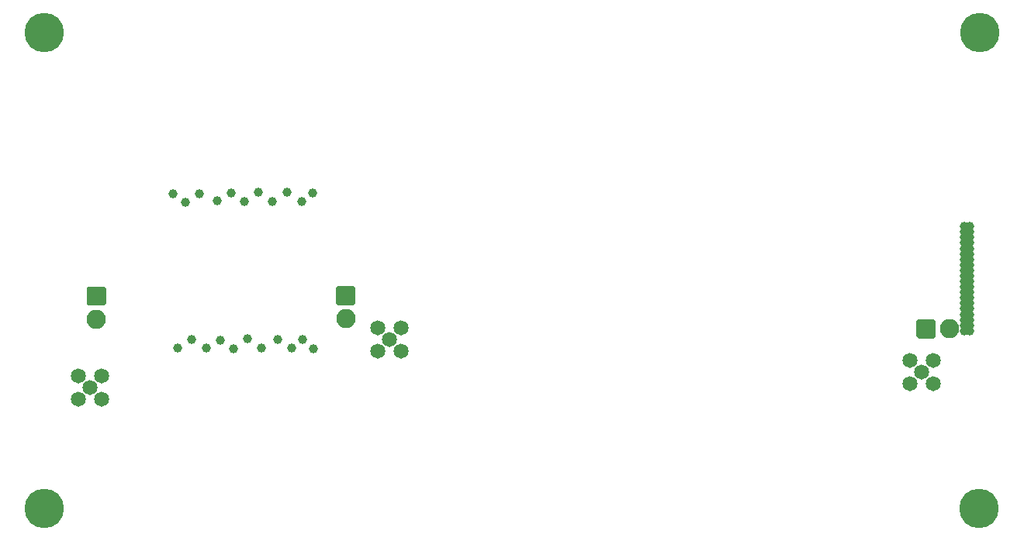
<source format=gbs>
%TF.GenerationSoftware,KiCad,Pcbnew,(5.1.7-0-10_14)*%
%TF.CreationDate,2021-02-01T11:36:59-06:00*%
%TF.ProjectId,Q-test-circuit,512d7465-7374-42d6-9369-72637569742e,rev?*%
%TF.SameCoordinates,Original*%
%TF.FileFunction,Soldermask,Bot*%
%TF.FilePolarity,Negative*%
%FSLAX46Y46*%
G04 Gerber Fmt 4.6, Leading zero omitted, Abs format (unit mm)*
G04 Created by KiCad (PCBNEW (5.1.7-0-10_14)) date 2021-02-01 11:36:59*
%MOMM*%
%LPD*%
G01*
G04 APERTURE LIST*
%ADD10O,2.100000X2.100000*%
%ADD11C,1.640000*%
%ADD12C,4.300000*%
%ADD13C,1.000000*%
G04 APERTURE END LIST*
D10*
%TO.C,TP1*%
X117700000Y-109340000D03*
G36*
G01*
X116650000Y-107650000D02*
X116650000Y-105950000D01*
G75*
G02*
X116850000Y-105750000I200000J0D01*
G01*
X118550000Y-105750000D01*
G75*
G02*
X118750000Y-105950000I0J-200000D01*
G01*
X118750000Y-107650000D01*
G75*
G02*
X118550000Y-107850000I-200000J0D01*
G01*
X116850000Y-107850000D01*
G75*
G02*
X116650000Y-107650000I0J200000D01*
G01*
G37*
%TD*%
%TO.C,TP3*%
X210800000Y-110380000D03*
G36*
G01*
X209110000Y-111430000D02*
X207410000Y-111430000D01*
G75*
G02*
X207210000Y-111230000I0J200000D01*
G01*
X207210000Y-109530000D01*
G75*
G02*
X207410000Y-109330000I200000J0D01*
G01*
X209110000Y-109330000D01*
G75*
G02*
X209310000Y-109530000I0J-200000D01*
G01*
X209310000Y-111230000D01*
G75*
G02*
X209110000Y-111430000I-200000J0D01*
G01*
G37*
%TD*%
%TO.C,TP2*%
X144910000Y-109300000D03*
G36*
G01*
X143860000Y-107610000D02*
X143860000Y-105910000D01*
G75*
G02*
X144060000Y-105710000I200000J0D01*
G01*
X145760000Y-105710000D01*
G75*
G02*
X145960000Y-105910000I0J-200000D01*
G01*
X145960000Y-107610000D01*
G75*
G02*
X145760000Y-107810000I-200000J0D01*
G01*
X144060000Y-107810000D01*
G75*
G02*
X143860000Y-107610000I0J200000D01*
G01*
G37*
%TD*%
D11*
%TO.C,TP1*%
X115730000Y-118070000D03*
X118270000Y-115530000D03*
X118270000Y-118070000D03*
X115730000Y-115530000D03*
X117000000Y-116800000D03*
%TD*%
%TO.C,TP3*%
X206530000Y-116400000D03*
X209070000Y-113860000D03*
X209070000Y-116400000D03*
X206530000Y-113860000D03*
X207800000Y-115130000D03*
%TD*%
%TO.C,TP2*%
X148380000Y-112820000D03*
X150920000Y-110280000D03*
X150920000Y-112820000D03*
X148380000Y-110280000D03*
X149650000Y-111550000D03*
%TD*%
D12*
X214118000Y-78019000D03*
X214000000Y-130000000D03*
X112000000Y-130000000D03*
X112000000Y-78000000D03*
D13*
X212400000Y-110600000D03*
X212400000Y-99200000D03*
X213000000Y-99200000D03*
X212400000Y-99800000D03*
X213000000Y-99800000D03*
X213000000Y-100400000D03*
X213000000Y-101000000D03*
X212400000Y-101000000D03*
X212400000Y-100400000D03*
X212400000Y-107600000D03*
X213000000Y-108200000D03*
X213000000Y-107600000D03*
X212400000Y-108200000D03*
X213000000Y-110600000D03*
X213000000Y-110000000D03*
X213000000Y-108800000D03*
X213000000Y-109400000D03*
X212400000Y-109400000D03*
X212400000Y-108800000D03*
X212400000Y-110000000D03*
X213000000Y-106400000D03*
X213000000Y-107000000D03*
X212400000Y-107000000D03*
X212400000Y-106400000D03*
X212400000Y-105200000D03*
X213000000Y-105800000D03*
X213000000Y-105200000D03*
X212400000Y-105800000D03*
X213000000Y-104000000D03*
X213000000Y-104600000D03*
X212400000Y-104600000D03*
X212400000Y-104000000D03*
X212400000Y-102800000D03*
X213000000Y-103400000D03*
X213000000Y-102800000D03*
X212400000Y-103400000D03*
X213000000Y-101600000D03*
X213000000Y-102200000D03*
X212400000Y-102200000D03*
X212400000Y-101600000D03*
X137530000Y-111560000D03*
X126550000Y-112470000D03*
X128140000Y-111560000D03*
X129720000Y-112490000D03*
X131250000Y-111620000D03*
X132710000Y-112570000D03*
X134230000Y-111480000D03*
X135680000Y-112510000D03*
X141350000Y-95560000D03*
X140130000Y-96480000D03*
X138540000Y-95460000D03*
X136900000Y-96500000D03*
X135390000Y-95420000D03*
X133850000Y-96480000D03*
X132380000Y-95560000D03*
X126090000Y-95610000D03*
X127410000Y-96560000D03*
X128930000Y-95610000D03*
X130860000Y-96400000D03*
X139050000Y-112510000D03*
X141430000Y-112590000D03*
X140250000Y-111560000D03*
M02*

</source>
